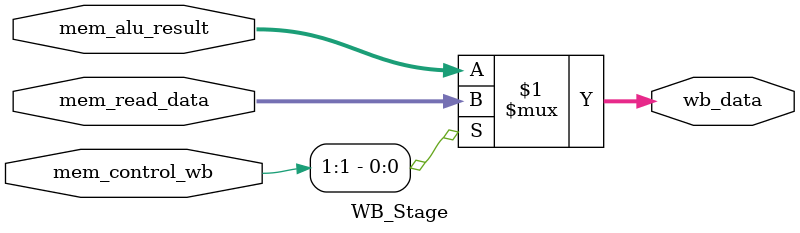
<source format=v>
`timescale 1ns / 1ps

module WB_Stage (
    input [1:0] mem_control_wb, // Control signals from MEM/WB
    input [31:0] mem_read_data, // Data read from memory
    input [31:0] mem_alu_result, // ALU result from MEM/WB
    output [31:0] wb_data // Data to be written back to registers
);

    // Multiplexer for selecting between memory data and ALU result
    assign wb_data = (mem_control_wb[1]) ? mem_read_data : mem_alu_result;

endmodule

</source>
